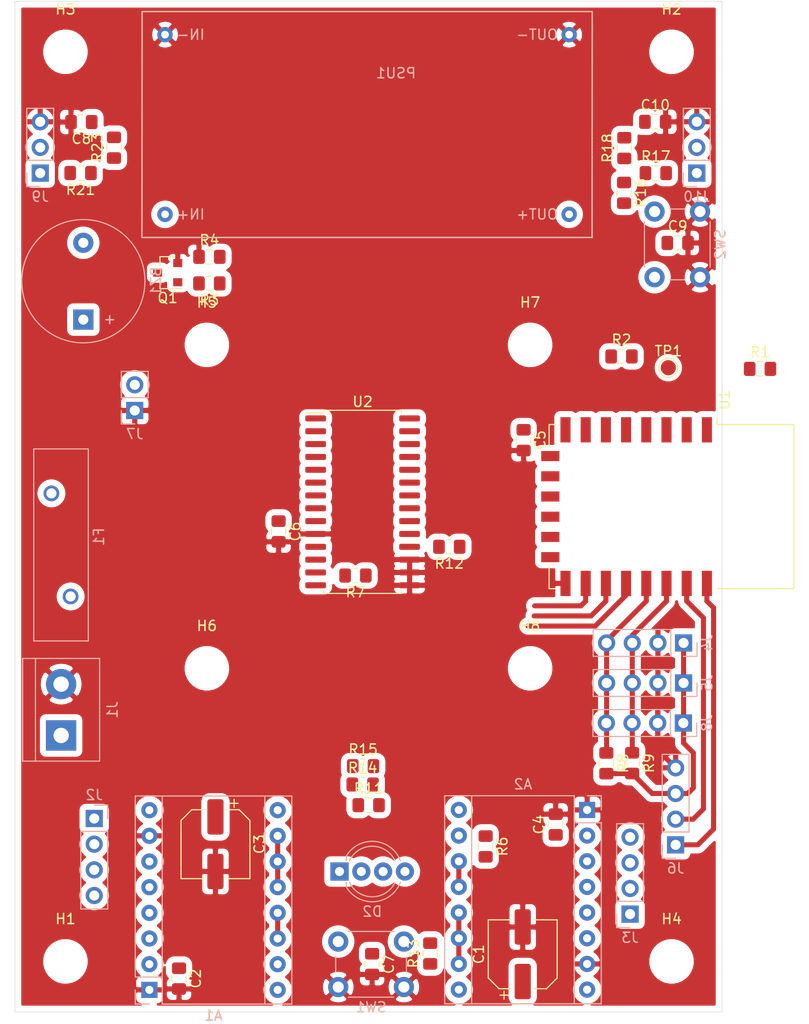
<source format=kicad_pcb>
(kicad_pcb (version 20171130) (host pcbnew "(5.1.4)-1")
  (layers (0 F.Cu signal) (31 B.Cu signal) (34 B.Paste user) (35 F.Paste user) (36 B.SilkS user) (37 F.SilkS user) (38 B.Mask user) (39 F.Mask user) (44 Edge.Cuts user))
  (net 0 "")
  (net 1 +12V)
  (net 2 GND)
  (net 3 "Net-(A1-Pad13)")
  (net 4 "Net-(A1-Pad6)")
  (net 5 "Net-(A1-Pad5)")
  (net 6 "Net-(A1-Pad4)")
  (net 7 "Net-(A1-Pad3)")
  (net 8 +3V3)
  (net 9 M1_EN)
  (net 10 "Net-(A2-Pad13)")
  (net 11 "Net-(A2-Pad6)")
  (net 12 "Net-(A2-Pad5)")
  (net 13 "Net-(A2-Pad4)")
  (net 14 "Net-(A2-Pad3)")
  (net 15 M2_EN)
  (net 16 "Net-(BZ1-Pad2)")
  (net 17 "Net-(Q1-Pad1)")
  (net 18 Buzzer)
  (net 19 "Net-(F1-Pad1)")
  (net 20 "Net-(R1-Pad2)")
  (net 21 "Net-(R2-Pad2)")
  (net 22 SDA)
  (net 23 SCL)
  (net 24 Tx)
  (net 25 Rx)
  (net 26 ENDSTOP1)
  (net 27 ENDSTOP2)
  (net 28 "Net-(R12-Pad2)")
  (net 29 BTN1)
  (net 30 BTN2)
  (net 31 "Net-(J9-Pad1)")
  (net 32 "Net-(J10-Pad1)")
  (net 33 "Net-(TP1-Pad1)")
  (net 34 M_DIR)
  (net 35 M_STEP)
  (net 36 "Net-(D2-Pad4)")
  (net 37 "Net-(D2-Pad3)")
  (net 38 "Net-(D2-Pad2)")
  (net 39 INT)
  (net 40 R)
  (net 41 G)
  (net 42 B)
  (net 43 SCK)
  (net 44 MISO)
  (net 45 MOSI)
  (net 46 CS)
  (module Fuse:Fuse_BelFuse_0ZRE0100FF_L18.7mm_W5.1mm (layer B.Cu) (at 5.5118 58.8899 90)
    (fp_text reference F1 (at 5.9 2.8 90) (layer B.SilkS) (effects (justify mirror)))
    (fp_text value Fuse)
    (pad 1 thru_hole circle (at 0 0 90) (size 1.56 1.56) (drill 1.01) (layers *.Cu *.Mask) (net 19 "Net-(F1-Pad1)"))
    (pad 2 thru_hole circle (at 10.2 -1.9 90) (size 1.56 1.56) (drill 1.01) (layers *.Cu *.Mask) (net 1 +12V))
  )
  (module Package_SO:SOIC-28W_7.5x17.9mm_P1.27mm (layer F.Cu) (at 34.417 49.53)
    (fp_text reference U2 (at 0 -9.9) (layer F.SilkS))
    (fp_text value MCP23S17_SO)
    (pad 28 smd roundrect (at 4.65 -8.255) (size 2.05 0.6) (layers F.Cu F.Paste F.Mask))
    (pad 27 smd roundrect (at 4.65 -6.985) (size 2.05 0.6) (layers F.Cu F.Paste F.Mask))
    (pad 26 smd roundrect (at 4.65 -5.715) (size 2.05 0.6) (layers F.Cu F.Paste F.Mask))
    (pad 25 smd roundrect (at 4.65 -4.445) (size 2.05 0.6) (layers F.Cu F.Paste F.Mask))
    (pad 24 smd roundrect (at 4.65 -3.175) (size 2.05 0.6) (layers F.Cu F.Paste F.Mask))
    (pad 23 smd roundrect (at 4.65 -1.905) (size 2.05 0.6) (layers F.Cu F.Paste F.Mask))
    (pad 22 smd roundrect (at 4.65 -0.635) (size 2.05 0.6) (layers F.Cu F.Paste F.Mask) (net 34 M_DIR))
    (pad 21 smd roundrect (at 4.65 0.635) (size 2.05 0.6) (layers F.Cu F.Paste F.Mask) (net 9 M1_EN))
    (pad 20 smd roundrect (at 4.65 1.905) (size 2.05 0.6) (layers F.Cu F.Paste F.Mask) (net 39 INT))
    (pad 19 smd roundrect (at 4.65 3.175) (size 2.05 0.6) (layers F.Cu F.Paste F.Mask))
    (pad 18 smd roundrect (at 4.65 4.445) (size 2.05 0.6) (layers F.Cu F.Paste F.Mask) (net 28 "Net-(R12-Pad2)"))
    (pad 17 smd roundrect (at 4.65 5.715) (size 2.05 0.6) (layers F.Cu F.Paste F.Mask) (net 2 GND))
    (pad 16 smd roundrect (at 4.65 6.985) (size 2.05 0.6) (layers F.Cu F.Paste F.Mask) (net 2 GND))
    (pad 15 smd roundrect (at 4.65 8.255) (size 2.05 0.6) (layers F.Cu F.Paste F.Mask) (net 2 GND))
    (pad 14 smd roundrect (at -4.65 8.255) (size 2.05 0.6) (layers F.Cu F.Paste F.Mask) (net 44 MISO))
    (pad 13 smd roundrect (at -4.65 6.985) (size 2.05 0.6) (layers F.Cu F.Paste F.Mask) (net 45 MOSI))
    (pad 12 smd roundrect (at -4.65 5.715) (size 2.05 0.6) (layers F.Cu F.Paste F.Mask) (net 43 SCK))
    (pad 11 smd roundrect (at -4.65 4.445) (size 2.05 0.6) (layers F.Cu F.Paste F.Mask) (net 46 CS))
    (pad 10 smd roundrect (at -4.65 3.175) (size 2.05 0.6) (layers F.Cu F.Paste F.Mask) (net 2 GND))
    (pad 9 smd roundrect (at -4.65 1.905) (size 2.05 0.6) (layers F.Cu F.Paste F.Mask) (net 8 +3V3))
    (pad 8 smd roundrect (at -4.65 0.635) (size 2.05 0.6) (layers F.Cu F.Paste F.Mask) (net 15 M2_EN))
    (pad 7 smd roundrect (at -4.65 -0.635) (size 2.05 0.6) (layers F.Cu F.Paste F.Mask) (net 42 B))
    (pad 6 smd roundrect (at -4.65 -1.905) (size 2.05 0.6) (layers F.Cu F.Paste F.Mask) (net 41 G))
    (pad 5 smd roundrect (at -4.65 -3.175) (size 2.05 0.6) (layers F.Cu F.Paste F.Mask) (net 40 R))
    (pad 4 smd roundrect (at -4.65 -4.445) (size 2.05 0.6) (layers F.Cu F.Paste F.Mask) (net 30 BTN2))
    (pad 3 smd roundrect (at -4.65 -5.715) (size 2.05 0.6) (layers F.Cu F.Paste F.Mask) (net 26 ENDSTOP1))
    (pad 2 smd roundrect (at -4.65 -6.985) (size 2.05 0.6) (layers F.Cu F.Paste F.Mask) (net 29 BTN1))
    (pad 1 smd roundrect (at -4.65 -8.255) (size 2.05 0.6) (layers F.Cu F.Paste F.Mask) (net 27 ENDSTOP2))
  )
  (module TestPoint:TestPoint_Pad_D1.5mm (layer F.Cu) (at 64.6811 36.2585)
    (fp_text reference TP1 (at 0 -1.648) (layer F.SilkS))
    (fp_text value TestPoint)
    (pad 1 smd circle (at 0 0) (size 1.5 1.5) (layers F.Cu F.Mask) (net 33 "Net-(TP1-Pad1)"))
  )
  (module Resistor_SMD:R_0805_2012Metric_Pad1.15x1.40mm_HandSolder (layer F.Cu) (at 9.8044 14.487 90)
    (fp_text reference R23 (at 0 -1.65 90) (layer F.SilkS))
    (fp_text value 10k)
    (pad 2 smd roundrect (at 1.025 0 90) (size 1.15 1.4) (layers F.Cu F.Paste F.Mask) (roundrect_rratio 0.217391) (net 26 ENDSTOP1))
    (pad 1 smd roundrect (at -1.025 0 90) (size 1.15 1.4) (layers F.Cu F.Paste F.Mask) (roundrect_rratio 0.217391) (net 8 +3V3))
  )
  (module Resistor_SMD:R_0805_2012Metric_Pad1.15x1.40mm_HandSolder (layer F.Cu) (at 6.4934 16.9926 180)
    (fp_text reference R21 (at 0 -1.65) (layer F.SilkS))
    (fp_text value 150R)
    (pad 2 smd roundrect (at 1.025 0 180) (size 1.15 1.4) (layers F.Cu F.Paste F.Mask) (roundrect_rratio 0.217391) (net 31 "Net-(J9-Pad1)"))
    (pad 1 smd roundrect (at -1.025 0 180) (size 1.15 1.4) (layers F.Cu F.Paste F.Mask) (roundrect_rratio 0.217391) (net 8 +3V3))
  )
  (module Resistor_SMD:R_0805_2012Metric_Pad1.15x1.40mm_HandSolder (layer F.Cu) (at 60.325 14.5251 90)
    (fp_text reference R18 (at 0 -1.65 90) (layer F.SilkS))
    (fp_text value 10k)
    (pad 2 smd roundrect (at 1.025 0 90) (size 1.15 1.4) (layers F.Cu F.Paste F.Mask) (roundrect_rratio 0.217391) (net 27 ENDSTOP2))
    (pad 1 smd roundrect (at -1.025 0 90) (size 1.15 1.4) (layers F.Cu F.Paste F.Mask) (roundrect_rratio 0.217391) (net 8 +3V3))
  )
  (module Resistor_SMD:R_0805_2012Metric_Pad1.15x1.40mm_HandSolder (layer F.Cu) (at 63.4402 17.0053)
    (fp_text reference R17 (at 0 -1.65) (layer F.SilkS))
    (fp_text value 150R)
    (pad 2 smd roundrect (at 1.025 0) (size 1.15 1.4) (layers F.Cu F.Paste F.Mask) (roundrect_rratio 0.217391) (net 32 "Net-(J10-Pad1)"))
    (pad 1 smd roundrect (at -1.025 0) (size 1.15 1.4) (layers F.Cu F.Paste F.Mask) (roundrect_rratio 0.217391) (net 8 +3V3))
  )
  (module Resistor_SMD:R_0805_2012Metric_Pad1.15x1.40mm_HandSolder (layer F.Cu) (at 60.2996 18.9521 270)
    (fp_text reference R16 (at 0 -1.65 90) (layer F.SilkS))
    (fp_text value 10k)
    (pad 2 smd roundrect (at 1.025 0 270) (size 1.15 1.4) (layers F.Cu F.Paste F.Mask) (roundrect_rratio 0.217391) (net 30 BTN2))
    (pad 1 smd roundrect (at -1.025 0 270) (size 1.15 1.4) (layers F.Cu F.Paste F.Mask) (roundrect_rratio 0.217391) (net 8 +3V3))
  )
  (module Resistor_SMD:R_0805_2012Metric_Pad1.15x1.40mm_HandSolder (layer F.Cu) (at 34.4678 75.6793)
    (fp_text reference R15 (at 0 -1.65) (layer F.SilkS))
    (fp_text value ?)
    (pad 2 smd roundrect (at 1.025 0) (size 1.15 1.4) (layers F.Cu F.Paste F.Mask) (roundrect_rratio 0.217391) (net 42 B))
    (pad 1 smd roundrect (at -1.025 0) (size 1.15 1.4) (layers F.Cu F.Paste F.Mask) (roundrect_rratio 0.217391) (net 36 "Net-(D2-Pad4)"))
  )
  (module Resistor_SMD:R_0805_2012Metric_Pad1.15x1.40mm_HandSolder (layer F.Cu) (at 34.4207 77.4954)
    (fp_text reference R14 (at 0 -1.65) (layer F.SilkS))
    (fp_text value ?)
    (pad 2 smd roundrect (at 1.025 0) (size 1.15 1.4) (layers F.Cu F.Paste F.Mask) (roundrect_rratio 0.217391) (net 41 G))
    (pad 1 smd roundrect (at -1.025 0) (size 1.15 1.4) (layers F.Cu F.Paste F.Mask) (roundrect_rratio 0.217391) (net 37 "Net-(D2-Pad3)"))
  )
  (module Resistor_SMD:R_0805_2012Metric_Pad1.15x1.40mm_HandSolder (layer F.Cu) (at 41.1099 94.2176 90)
    (fp_text reference R13 (at 0 -1.65 90) (layer F.SilkS))
    (fp_text value 10k)
    (pad 2 smd roundrect (at 1.025 0 90) (size 1.15 1.4) (layers F.Cu F.Paste F.Mask) (roundrect_rratio 0.217391) (net 29 BTN1))
    (pad 1 smd roundrect (at -1.025 0 90) (size 1.15 1.4) (layers F.Cu F.Paste F.Mask) (roundrect_rratio 0.217391) (net 8 +3V3))
  )
  (module Resistor_SMD:R_0805_2012Metric_Pad1.15x1.40mm_HandSolder (layer F.Cu) (at 42.9985 53.975 180)
    (fp_text reference R12 (at 0 -1.65) (layer F.SilkS))
    (fp_text value 10k)
    (pad 2 smd roundrect (at 1.025 0 180) (size 1.15 1.4) (layers F.Cu F.Paste F.Mask) (roundrect_rratio 0.217391) (net 28 "Net-(R12-Pad2)"))
    (pad 1 smd roundrect (at -1.025 0 180) (size 1.15 1.4) (layers F.Cu F.Paste F.Mask) (roundrect_rratio 0.217391) (net 8 +3V3))
  )
  (module Resistor_SMD:R_0805_2012Metric_Pad1.15x1.40mm_HandSolder (layer F.Cu) (at 35.0139 79.5401)
    (fp_text reference R11 (at 0 -1.65) (layer F.SilkS))
    (fp_text value ?)
    (pad 2 smd roundrect (at 1.025 0) (size 1.15 1.4) (layers F.Cu F.Paste F.Mask) (roundrect_rratio 0.217391) (net 40 R))
    (pad 1 smd roundrect (at -1.025 0) (size 1.15 1.4) (layers F.Cu F.Paste F.Mask) (roundrect_rratio 0.217391) (net 38 "Net-(D2-Pad2)"))
  )
  (module Resistor_SMD:R_0805_2012Metric_Pad1.15x1.40mm_HandSolder (layer F.Cu) (at 33.7095 56.8198 180)
    (fp_text reference R7 (at 0 -1.65) (layer F.SilkS))
    (fp_text value 10k)
    (pad 2 smd roundrect (at 1.025 0 180) (size 1.15 1.4) (layers F.Cu F.Paste F.Mask) (roundrect_rratio 0.217391) (net 8 +3V3))
    (pad 1 smd roundrect (at -1.025 0 180) (size 1.15 1.4) (layers F.Cu F.Paste F.Mask) (roundrect_rratio 0.217391) (net 39 INT))
  )
  (module Resistor_SMD:R_0805_2012Metric_Pad1.15x1.40mm_HandSolder (layer F.Cu) (at 46.5963 83.6258 270)
    (fp_text reference R6 (at 0 -1.65 90) (layer F.SilkS))
    (fp_text value 10k)
    (pad 2 smd roundrect (at 1.025 0 270) (size 1.15 1.4) (layers F.Cu F.Paste F.Mask) (roundrect_rratio 0.217391) (net 8 +3V3))
    (pad 1 smd roundrect (at -1.025 0 270) (size 1.15 1.4) (layers F.Cu F.Paste F.Mask) (roundrect_rratio 0.217391) (net 35 M_STEP))
  )
  (module Resistor_SMD:R_0805_2012Metric_Pad1.15x1.40mm_HandSolder (layer F.Cu) (at 19.2495 25.2857)
    (fp_text reference R4 (at 0 -1.65) (layer F.SilkS))
    (fp_text value 10k)
    (pad 2 smd roundrect (at 1.025 0) (size 1.15 1.4) (layers F.Cu F.Paste F.Mask) (roundrect_rratio 0.217391) (net 17 "Net-(Q1-Pad1)"))
    (pad 1 smd roundrect (at -1.025 0) (size 1.15 1.4) (layers F.Cu F.Paste F.Mask) (roundrect_rratio 0.217391) (net 2 GND))
  )
  (module Resistor_SMD:R_0805_2012Metric_Pad1.15x1.40mm_HandSolder (layer F.Cu) (at 19.2442 27.9146 180)
    (fp_text reference R3 (at 0 -1.65) (layer F.SilkS))
    (fp_text value 10R)
    (pad 2 smd roundrect (at 1.025 0 180) (size 1.15 1.4) (layers F.Cu F.Paste F.Mask) (roundrect_rratio 0.217391) (net 17 "Net-(Q1-Pad1)"))
    (pad 1 smd roundrect (at -1.025 0 180) (size 1.15 1.4) (layers F.Cu F.Paste F.Mask) (roundrect_rratio 0.217391) (net 18 Buzzer))
  )
  (module Resistor_SMD:R_0805_2012Metric_Pad1.15x1.40mm_HandSolder (layer F.Cu) (at 60.0456 35.1409)
    (fp_text reference R2 (at 0 -1.65) (layer F.SilkS))
    (fp_text value 10k)
    (pad 2 smd roundrect (at 1.025 0) (size 1.15 1.4) (layers F.Cu F.Paste F.Mask) (roundrect_rratio 0.217391) (net 21 "Net-(R2-Pad2)"))
    (pad 1 smd roundrect (at -1.025 0) (size 1.15 1.4) (layers F.Cu F.Paste F.Mask) (roundrect_rratio 0.217391) (net 8 +3V3))
  )
  (module Resistor_SMD:R_0805_2012Metric_Pad1.15x1.40mm_HandSolder (layer F.Cu) (at 73.7616 36.3728)
    (fp_text reference R1 (at 0 -1.65) (layer F.SilkS))
    (fp_text value 10k)
    (pad 2 smd roundrect (at 1.025 0) (size 1.15 1.4) (layers F.Cu F.Paste F.Mask) (roundrect_rratio 0.217391) (net 20 "Net-(R1-Pad2)"))
    (pad 1 smd roundrect (at -1.025 0) (size 1.15 1.4) (layers F.Cu F.Paste F.Mask) (roundrect_rratio 0.217391) (net 8 +3V3))
  )
  (module Package_TO_SOT_SMD:SOT-23 (layer F.Cu) (at 15.1163 26.8503 180)
    (fp_text reference Q1 (at 0 -2.5) (layer F.SilkS))
    (fp_text value BSS123)
    (pad 3 smd rect (at 1 0 180) (size 0.9 0.8) (layers F.Cu F.Paste F.Mask) (net 16 "Net-(BZ1-Pad2)"))
    (pad 2 smd rect (at -1 0.95 180) (size 0.9 0.8) (layers F.Cu F.Paste F.Mask) (net 2 GND))
    (pad 1 smd rect (at -1 -0.95 180) (size 0.9 0.8) (layers F.Cu F.Paste F.Mask) (net 17 "Net-(Q1-Pad1)"))
  )
  (module Connector_PinHeader_2.54mm:PinHeader_1x02_P2.54mm_Vertical (layer B.Cu) (at 11.8618 40.4876)
    (fp_text reference J7 (at 0 2.33) (layer B.SilkS) (effects (justify mirror)))
    (fp_text value FAN)
    (pad 2 thru_hole oval (at 0 -2.54) (size 1.7 1.7) (drill 1) (layers *.Cu *.Mask) (net 1 +12V))
    (pad 1 thru_hole rect (at 0 0) (size 1.7 1.7) (drill 1) (layers *.Cu *.Mask) (net 2 GND))
  )
  (module Capacitor_SMD:C_0805_2012Metric_Pad1.15x1.40mm_HandSolder (layer F.Cu) (at 63.3894 11.9253)
    (fp_text reference C10 (at 0 -1.65) (layer F.SilkS))
    (fp_text value 100n)
    (pad 2 smd roundrect (at 1.025 0) (size 1.15 1.4) (layers F.Cu F.Paste F.Mask) (roundrect_rratio 0.217391) (net 2 GND))
    (pad 1 smd roundrect (at -1.025 0) (size 1.15 1.4) (layers F.Cu F.Paste F.Mask) (roundrect_rratio 0.217391) (net 27 ENDSTOP2))
  )
  (module Capacitor_SMD:C_0805_2012Metric_Pad1.15x1.40mm_HandSolder (layer F.Cu) (at 65.6045 23.9141)
    (fp_text reference C9 (at 0 -1.65) (layer F.SilkS))
    (fp_text value 100n)
    (pad 2 smd roundrect (at 1.025 0) (size 1.15 1.4) (layers F.Cu F.Paste F.Mask) (roundrect_rratio 0.217391) (net 2 GND))
    (pad 1 smd roundrect (at -1.025 0) (size 1.15 1.4) (layers F.Cu F.Paste F.Mask) (roundrect_rratio 0.217391) (net 30 BTN2))
  )
  (module Capacitor_SMD:C_0805_2012Metric_Pad1.15x1.40mm_HandSolder (layer F.Cu) (at 6.5749 11.9507 180)
    (fp_text reference C8 (at 0 -1.65) (layer F.SilkS))
    (fp_text value 100n)
    (pad 2 smd roundrect (at 1.025 0 180) (size 1.15 1.4) (layers F.Cu F.Paste F.Mask) (roundrect_rratio 0.217391) (net 2 GND))
    (pad 1 smd roundrect (at -1.025 0 180) (size 1.15 1.4) (layers F.Cu F.Paste F.Mask) (roundrect_rratio 0.217391) (net 26 ENDSTOP1))
  )
  (module Capacitor_SMD:C_0805_2012Metric_Pad1.15x1.40mm_HandSolder (layer F.Cu) (at 35.3568 95.2664 270)
    (fp_text reference C7 (at 0 -1.65 90) (layer F.SilkS))
    (fp_text value 100n)
    (pad 2 smd roundrect (at 1.025 0 270) (size 1.15 1.4) (layers F.Cu F.Paste F.Mask) (roundrect_rratio 0.217391) (net 2 GND))
    (pad 1 smd roundrect (at -1.025 0 270) (size 1.15 1.4) (layers F.Cu F.Paste F.Mask) (roundrect_rratio 0.217391) (net 29 BTN1))
  )
  (module Capacitor_SMD:C_0805_2012Metric_Pad1.15x1.40mm_HandSolder (layer F.Cu) (at 26.0985 52.46 270)
    (fp_text reference C6 (at 0 -1.65 90) (layer F.SilkS))
    (fp_text value 100n)
    (pad 2 smd roundrect (at 1.025 0 270) (size 1.15 1.4) (layers F.Cu F.Paste F.Mask) (roundrect_rratio 0.217391) (net 2 GND))
    (pad 1 smd roundrect (at -1.025 0 270) (size 1.15 1.4) (layers F.Cu F.Paste F.Mask) (roundrect_rratio 0.217391) (net 8 +3V3))
  )
  (module Capacitor_SMD:C_0805_2012Metric_Pad1.15x1.40mm_HandSolder (layer F.Cu) (at 50.3555 43.425 270)
    (fp_text reference C5 (at 0 -1.65 90) (layer F.SilkS))
    (fp_text value 100n)
    (pad 2 smd roundrect (at 1.025 0 270) (size 1.15 1.4) (layers F.Cu F.Paste F.Mask) (roundrect_rratio 0.217391) (net 2 GND))
    (pad 1 smd roundrect (at -1.025 0 270) (size 1.15 1.4) (layers F.Cu F.Paste F.Mask) (roundrect_rratio 0.217391) (net 8 +3V3))
  )
  (module Capacitor_SMD:C_0805_2012Metric_Pad1.15x1.40mm_HandSolder (layer F.Cu) (at 53.5305 81.4541 90)
    (fp_text reference C4 (at 0 -1.65 90) (layer F.SilkS))
    (fp_text value 100n)
    (pad 2 smd roundrect (at 1.025 0 90) (size 1.15 1.4) (layers F.Cu F.Paste F.Mask) (roundrect_rratio 0.217391) (net 2 GND))
    (pad 1 smd roundrect (at -1.025 0 90) (size 1.15 1.4) (layers F.Cu F.Paste F.Mask) (roundrect_rratio 0.217391) (net 8 +3V3))
  )
  (module Capacitor_SMD:C_0805_2012Metric_Pad1.15x1.40mm_HandSolder (layer F.Cu) (at 16.2433 96.7015 270)
    (fp_text reference C2 (at 0 -1.65 90) (layer F.SilkS))
    (fp_text value 100n)
    (pad 2 smd roundrect (at 1.025 0 270) (size 1.15 1.4) (layers F.Cu F.Paste F.Mask) (roundrect_rratio 0.217391) (net 2 GND))
    (pad 1 smd roundrect (at -1.025 0 270) (size 1.15 1.4) (layers F.Cu F.Paste F.Mask) (roundrect_rratio 0.217391) (net 8 +3V3))
  )
  (module Button_Switch_THT:SW_PUSH_6mm_H7.3mm (layer B.Cu) (at 67.818 27.305 90)
    (fp_text reference SW2 (at 3.25 2 90) (layer B.SilkS) (effects (justify mirror)))
    (fp_text value SW_Push)
    (pad 1 thru_hole circle (at 6.5 0) (size 2 2) (drill 1.1) (layers *.Cu *.Mask) (net 2 GND))
    (pad 2 thru_hole circle (at 6.5 -4.5) (size 2 2) (drill 1.1) (layers *.Cu *.Mask) (net 30 BTN2))
    (pad 1 thru_hole circle (at 0 0) (size 2 2) (drill 1.1) (layers *.Cu *.Mask) (net 2 GND))
    (pad 2 thru_hole circle (at 0 -4.5) (size 2 2) (drill 1.1) (layers *.Cu *.Mask) (net 30 BTN2))
  )
  (module Connector_PinHeader_2.54mm:PinHeader_1x03_P2.54mm_Vertical (layer B.Cu) (at 67.5 17)
    (fp_text reference J10 (at 0 2.33) (layer B.SilkS) (effects (justify mirror)))
    (fp_text value endstop2)
    (pad 3 thru_hole oval (at 0 -5.08) (size 1.7 1.7) (drill 1) (layers *.Cu *.Mask) (net 2 GND))
    (pad 2 thru_hole oval (at 0 -2.54) (size 1.7 1.7) (drill 1) (layers *.Cu *.Mask) (net 27 ENDSTOP2))
    (pad 1 thru_hole rect (at 0 0) (size 1.7 1.7) (drill 1) (layers *.Cu *.Mask) (net 32 "Net-(J10-Pad1)"))
  )
  (module LED_THT:LED_D5.0mm-4_RGB_Wide_Pins (layer B.Cu) (at 32.131 86.106)
    (fp_text reference D2 (at 3.2385 3.96) (layer B.SilkS) (effects (justify mirror)))
    (fp_text value LED_CRGB)
    (pad 4 thru_hole circle (at 6.477 0) (size 1.8 1.8) (drill 0.9) (layers *.Cu *.Mask) (net 36 "Net-(D2-Pad4)"))
    (pad 3 thru_hole circle (at 4.318 0) (size 1.8 1.8) (drill 0.9) (layers *.Cu *.Mask) (net 37 "Net-(D2-Pad3)"))
    (pad 2 thru_hole circle (at 2.159 0) (size 1.8 1.8) (drill 0.9) (layers *.Cu *.Mask) (net 38 "Net-(D2-Pad2)"))
    (pad 1 thru_hole rect (at 0 0) (size 1.8 1.8) (drill 0.9) (layers *.Cu *.Mask) (net 8 +3V3))
  )
  (module Button_Switch_THT:SW_PUSH_6mm_H7.3mm (layer B.Cu) (at 32.004 97.536)
    (fp_text reference SW1 (at 3.25 2) (layer B.SilkS) (effects (justify mirror)))
    (fp_text value SW_Push)
    (pad 1 thru_hole circle (at 6.5 0 270) (size 2 2) (drill 1.1) (layers *.Cu *.Mask) (net 2 GND))
    (pad 2 thru_hole circle (at 6.5 -4.5 270) (size 2 2) (drill 1.1) (layers *.Cu *.Mask) (net 29 BTN1))
    (pad 1 thru_hole circle (at 0 0 270) (size 2 2) (drill 1.1) (layers *.Cu *.Mask) (net 2 GND))
    (pad 2 thru_hole circle (at 0 -4.5 270) (size 2 2) (drill 1.1) (layers *.Cu *.Mask) (net 29 BTN1))
  )
  (module Connector_PinHeader_2.54mm:PinHeader_1x03_P2.54mm_Vertical (layer B.Cu) (at 2.5 17)
    (fp_text reference J9 (at 0 2.33) (layer B.SilkS) (effects (justify mirror)))
    (fp_text value endstop1)
    (pad 3 thru_hole oval (at 0 -5.08) (size 1.7 1.7) (drill 1) (layers *.Cu *.Mask) (net 2 GND))
    (pad 2 thru_hole oval (at 0 -2.54) (size 1.7 1.7) (drill 1) (layers *.Cu *.Mask) (net 26 ENDSTOP1))
    (pad 1 thru_hole rect (at 0 0) (size 1.7 1.7) (drill 1) (layers *.Cu *.Mask) (net 31 "Net-(J9-Pad1)"))
  )
  (module Connector_PinHeader_2.54mm:PinHeader_1x04_P2.54mm_Vertical (layer B.Cu) (at 66.1924 63.4873 90)
    (fp_text reference J4 (at 0 2.33 270) (layer B.SilkS) (effects (justify mirror)))
    (fp_text value BMP280)
    (pad 4 thru_hole oval (at 0 -7.62 90) (size 1.7 1.7) (drill 1) (layers *.Cu *.Mask) (net 22 SDA))
    (pad 3 thru_hole oval (at 0 -5.08 90) (size 1.7 1.7) (drill 1) (layers *.Cu *.Mask) (net 23 SCL))
    (pad 2 thru_hole oval (at 0 -2.54 90) (size 1.7 1.7) (drill 1) (layers *.Cu *.Mask) (net 2 GND))
    (pad 1 thru_hole rect (at 0 0 90) (size 1.7 1.7) (drill 1) (layers *.Cu *.Mask) (net 8 +3V3))
  )
  (module MountingHole:MountingHole_3.2mm_M3 (layer F.Cu) (at 65 95)
    (fp_text reference H4 (at 0 -4.2) (layer F.SilkS))
    (fp_text value mh)
    (pad 1 np_thru_hole circle (at 0 0) (size 3.2 3.2) (drill 3.2) (layers *.Cu *.Mask))
  )
  (module MountingHole:MountingHole_3.2mm_M3 (layer F.Cu) (at 51 66)
    (fp_text reference H8 (at 0 -4.2) (layer F.SilkS))
    (fp_text value mh)
    (pad 1 np_thru_hole circle (at 0 0) (size 3.2 3.2) (drill 3.2) (layers *.Cu *.Mask))
  )
  (module MountingHole:MountingHole_3.2mm_M3 (layer F.Cu) (at 51 34)
    (fp_text reference H7 (at 0 -4.2) (layer F.SilkS))
    (fp_text value mh)
    (pad 1 np_thru_hole circle (at 0 0) (size 3.2 3.2) (drill 3.2) (layers *.Cu *.Mask))
  )
  (module MountingHole:MountingHole_3.2mm_M3 (layer F.Cu) (at 19 66)
    (fp_text reference H6 (at 0 -4.2) (layer F.SilkS))
    (fp_text value mh)
    (pad 1 np_thru_hole circle (at 0 0) (size 3.2 3.2) (drill 3.2) (layers *.Cu *.Mask))
  )
  (module MountingHole:MountingHole_3.2mm_M3 (layer F.Cu) (at 19 34)
    (fp_text reference H5 (at 0 -4.2) (layer F.SilkS))
    (fp_text value mh)
    (pad 1 np_thru_hole circle (at 0 0) (size 3.2 3.2) (drill 3.2) (layers *.Cu *.Mask))
  )
  (module MountingHole:MountingHole_3.2mm_M3 (layer F.Cu) (at 5 5)
    (fp_text reference H3 (at 0 -4.2) (layer F.SilkS))
    (fp_text value mh)
    (pad 1 np_thru_hole circle (at 0 0) (size 3.2 3.2) (drill 3.2) (layers *.Cu *.Mask))
  )
  (module MountingHole:MountingHole_3.2mm_M3 (layer F.Cu) (at 65 5)
    (fp_text reference H2 (at 0 -4.2) (layer F.SilkS))
    (fp_text value mh)
    (pad 1 np_thru_hole circle (at 0 0) (size 3.2 3.2) (drill 3.2) (layers *.Cu *.Mask))
  )
  (module MountingHole:MountingHole_3.2mm_M3 (layer F.Cu) (at 5 95)
    (fp_text reference H1 (at 0 -4.2) (layer F.SilkS))
    (fp_text value mh)
    (pad 1 np_thru_hole circle (at 0 0) (size 3.2 3.2) (drill 3.2) (layers *.Cu *.Mask))
  )
  (module Connector_PinHeader_2.54mm:PinHeader_1x04_P2.54mm_Vertical (layer B.Cu) (at 66.167 71.4121 90)
    (fp_text reference J8 (at 0 2.33 90) (layer B.SilkS) (effects (justify mirror)))
    (fp_text value I2CExp)
    (pad 4 thru_hole oval (at 0 -7.62 90) (size 1.7 1.7) (drill 1) (layers *.Cu *.Mask) (net 22 SDA))
    (pad 3 thru_hole oval (at 0 -5.08 90) (size 1.7 1.7) (drill 1) (layers *.Cu *.Mask) (net 23 SCL))
    (pad 2 thru_hole oval (at 0 -2.54 90) (size 1.7 1.7) (drill 1) (layers *.Cu *.Mask) (net 2 GND))
    (pad 1 thru_hole rect (at 0 0 90) (size 1.7 1.7) (drill 1) (layers *.Cu *.Mask) (net 8 +3V3))
  )
  (module Resistor_SMD:R_0805_2012Metric_Pad1.15x1.40mm_HandSolder (layer F.Cu) (at 61.0997 75.3835 270)
    (fp_text reference R9 (at 0 -1.65 90) (layer F.SilkS))
    (fp_text value 4K7)
    (pad 2 smd roundrect (at 1.025 0 270) (size 1.15 1.4) (layers F.Cu F.Paste F.Mask) (roundrect_rratio 0.217391) (net 8 +3V3))
    (pad 1 smd roundrect (at -1.025 0 270) (size 1.15 1.4) (layers F.Cu F.Paste F.Mask) (roundrect_rratio 0.217391) (net 23 SCL))
  )
  (module Resistor_SMD:R_0805_2012Metric_Pad1.15x1.40mm_HandSolder (layer F.Cu) (at 58.547 75.3962 270)
    (fp_text reference R8 (at 0 -1.65 90) (layer F.SilkS))
    (fp_text value 4K7)
    (pad 2 smd roundrect (at 1.025 0 270) (size 1.15 1.4) (layers F.Cu F.Paste F.Mask) (roundrect_rratio 0.217391) (net 8 +3V3))
    (pad 1 smd roundrect (at -1.025 0 270) (size 1.15 1.4) (layers F.Cu F.Paste F.Mask) (roundrect_rratio 0.217391) (net 22 SDA))
  )
  (module Connector_PinHeader_2.54mm:PinHeader_1x04_P2.54mm_Vertical (layer B.Cu) (at 65.405 83.4644)
    (fp_text reference J6 (at 0 2.33 180) (layer B.SilkS) (effects (justify mirror)))
    (fp_text value Serial)
    (pad 4 thru_hole oval (at 0 -7.62) (size 1.7 1.7) (drill 1) (layers *.Cu *.Mask) (net 2 GND))
    (pad 3 thru_hole oval (at 0 -5.08) (size 1.7 1.7) (drill 1) (layers *.Cu *.Mask) (net 8 +3V3))
    (pad 2 thru_hole oval (at 0 -2.54) (size 1.7 1.7) (drill 1) (layers *.Cu *.Mask) (net 25 Rx))
    (pad 1 thru_hole rect (at 0 0) (size 1.7 1.7) (drill 1) (layers *.Cu *.Mask) (net 24 Tx))
  )
  (module Connector_PinHeader_2.54mm:PinHeader_1x04_P2.54mm_Vertical (layer B.Cu) (at 66.1924 67.4497 90)
    (fp_text reference J5 (at 0 2.33 90) (layer B.SilkS) (effects (justify mirror)))
    (fp_text value BMP280_pacient)
    (pad 4 thru_hole oval (at 0 -7.62 90) (size 1.7 1.7) (drill 1) (layers *.Cu *.Mask) (net 22 SDA))
    (pad 3 thru_hole oval (at 0 -5.08 90) (size 1.7 1.7) (drill 1) (layers *.Cu *.Mask) (net 23 SCL))
    (pad 2 thru_hole oval (at 0 -2.54 90) (size 1.7 1.7) (drill 1) (layers *.Cu *.Mask) (net 2 GND))
    (pad 1 thru_hole rect (at 0 0 90) (size 1.7 1.7) (drill 1) (layers *.Cu *.Mask) (net 8 +3V3))
  )
  (module mylib:LM2596-breakout_board (layer B.Cu) (at 35.179 12.192)
    (fp_text reference PSU1 (at 2.54 -5.08 180) (layer B.SilkS) (effects (justify mirror)))
    (fp_text value LM2596-Breakout)
    (fp_text user OUT- (at 16.51 -8.89 180) (layer B.SilkS) (effects (justify mirror)))
    (fp_text user OUT+ (at 16.51 8.89 180) (layer B.SilkS) (effects (justify mirror)))
    (fp_text user IN- (at -17.78 -8.89 180) (layer B.SilkS) (effects (justify mirror)))
    (fp_text user IN+ (at -17.78 8.89) (layer B.SilkS) (effects (justify mirror)))
    (pad 1 thru_hole circle (at -20.32 8.89) (size 1.524 1.524) (drill 0.762) (layers *.Cu *.Mask) (net 1 +12V))
    (pad 2 thru_hole circle (at -20.32 -8.89) (size 1.524 1.524) (drill 0.762) (layers *.Cu *.Mask) (net 2 GND))
    (pad 3 thru_hole circle (at 19.685 8.89) (size 1.524 1.524) (drill 0.762) (layers *.Cu *.Mask) (net 8 +3V3))
    (pad 4 thru_hole circle (at 19.685 -8.89) (size 1.524 1.524) (drill 0.762) (layers *.Cu *.Mask) (net 2 GND))
  )
  (module RF_Module:ESP-12E (layer F.Cu) (at 65 50 270)
    (fp_text reference U1 (at -10.56 -5.26 90) (layer F.SilkS))
    (fp_text value ESP-12E)
    (pad 1 smd rect (at -7.6 -3.5 270) (size 2.5 1) (layers F.Cu F.Paste F.Mask) (net 20 "Net-(R1-Pad2)"))
    (pad 2 smd rect (at -7.6 -1.5 270) (size 2.5 1) (layers F.Cu F.Paste F.Mask) (net 33 "Net-(TP1-Pad1)"))
    (pad 3 smd rect (at -7.6 0.5 270) (size 2.5 1) (layers F.Cu F.Paste F.Mask) (net 21 "Net-(R2-Pad2)"))
    (pad 4 smd rect (at -7.6 2.5 270) (size 2.5 1) (layers F.Cu F.Paste F.Mask) (net 18 Buzzer))
    (pad 5 smd rect (at -7.6 4.5 270) (size 2.5 1) (layers F.Cu F.Paste F.Mask) (net 43 SCK))
    (pad 6 smd rect (at -7.6 6.5 270) (size 2.5 1) (layers F.Cu F.Paste F.Mask) (net 44 MISO))
    (pad 7 smd rect (at -7.6 8.5 270) (size 2.5 1) (layers F.Cu F.Paste F.Mask) (net 45 MOSI))
    (pad 8 smd rect (at -7.6 10.5 270) (size 2.5 1) (layers F.Cu F.Paste F.Mask) (net 8 +3V3))
    (pad 9 smd rect (at -5 12 270) (size 1 1.8) (layers F.Cu F.Paste F.Mask))
    (pad 10 smd rect (at -3 12 270) (size 1 1.8) (layers F.Cu F.Paste F.Mask))
    (pad 11 smd rect (at -1 12 270) (size 1 1.8) (layers F.Cu F.Paste F.Mask))
    (pad 12 smd rect (at 1 12 270) (size 1 1.8) (layers F.Cu F.Paste F.Mask))
    (pad 13 smd rect (at 3 12 270) (size 1 1.8) (layers F.Cu F.Paste F.Mask))
    (pad 14 smd rect (at 5 12 270) (size 1 1.8) (layers F.Cu F.Paste F.Mask))
    (pad 15 smd rect (at 7.6 10.5 270) (size 2.5 1) (layers F.Cu F.Paste F.Mask) (net 2 GND))
    (pad 16 smd rect (at 7.6 8.5 270) (size 2.5 1) (layers F.Cu F.Paste F.Mask) (net 46 CS))
    (pad 17 smd rect (at 7.6 6.5 270) (size 2.5 1) (layers F.Cu F.Paste F.Mask) (net 39 INT))
    (pad 18 smd rect (at 7.6 4.5 270) (size 2.5 1) (layers F.Cu F.Paste F.Mask) (net 35 M_STEP))
    (pad 19 smd rect (at 7.6 2.5 270) (size 2.5 1) (layers F.Cu F.Paste F.Mask) (net 22 SDA))
    (pad 20 smd rect (at 7.6 0.5 270) (size 2.5 1) (layers F.Cu F.Paste F.Mask) (net 23 SCL))
    (pad 21 smd rect (at 7.6 -1.5 270) (size 2.5 1) (layers F.Cu F.Paste F.Mask) (net 25 Rx))
    (pad 22 smd rect (at 7.6 -3.5 270) (size 2.5 1) (layers F.Cu F.Paste F.Mask) (net 24 Tx))
  )
  (module Connector_PinHeader_2.54mm:PinHeader_1x04_P2.54mm_Vertical (layer B.Cu) (at 60.8965 90.3224)
    (fp_text reference J3 (at 0 2.33 180) (layer B.SilkS) (effects (justify mirror)))
    (fp_text value M2Out)
    (pad 4 thru_hole oval (at 0 -7.62) (size 1.7 1.7) (drill 1) (layers *.Cu *.Mask) (net 14 "Net-(A2-Pad3)"))
    (pad 3 thru_hole oval (at 0 -5.08) (size 1.7 1.7) (drill 1) (layers *.Cu *.Mask) (net 13 "Net-(A2-Pad4)"))
    (pad 2 thru_hole oval (at 0 -2.54) (size 1.7 1.7) (drill 1) (layers *.Cu *.Mask) (net 12 "Net-(A2-Pad5)"))
    (pad 1 thru_hole rect (at 0 0) (size 1.7 1.7) (drill 1) (layers *.Cu *.Mask) (net 11 "Net-(A2-Pad6)"))
  )
  (module Connector_PinHeader_2.54mm:PinHeader_1x04_P2.54mm_Vertical (layer B.Cu) (at 7.8486 80.8609 180)
    (fp_text reference J2 (at 0 2.33 180) (layer B.SilkS) (effects (justify mirror)))
    (fp_text value M1Out)
    (pad 4 thru_hole oval (at 0 -7.62 180) (size 1.7 1.7) (drill 1) (layers *.Cu *.Mask) (net 7 "Net-(A1-Pad3)"))
    (pad 3 thru_hole oval (at 0 -5.08 180) (size 1.7 1.7) (drill 1) (layers *.Cu *.Mask) (net 6 "Net-(A1-Pad4)"))
    (pad 2 thru_hole oval (at 0 -2.54 180) (size 1.7 1.7) (drill 1) (layers *.Cu *.Mask) (net 5 "Net-(A1-Pad5)"))
    (pad 1 thru_hole rect (at 0 0 180) (size 1.7 1.7) (drill 1) (layers *.Cu *.Mask) (net 4 "Net-(A1-Pad6)"))
  )
  (module TerminalBlock:TerminalBlock_bornier-2_P5.08mm (layer B.Cu) (at 4.572 72.644 90)
    (fp_text reference J1 (at 2.54 5.08 270) (layer B.SilkS) (effects (justify mirror)))
    (fp_text value PSU_IN)
    (pad 1 thru_hole rect (at 0 0 90) (size 3 3) (drill 1.52) (layers *.Cu *.Mask) (net 19 "Net-(F1-Pad1)"))
    (pad 2 thru_hole circle (at 5.08 0 90) (size 3 3) (drill 1.52) (layers *.Cu *.Mask) (net 2 GND))
  )
  (module Capacitor_SMD:CP_Elec_6.3x7.7 (layer F.Cu) (at 19.8501 83.4009 270)
    (fp_text reference C3 (at 0 -4.35 90) (layer F.SilkS))
    (fp_text value 100uF/25v)
    (pad 2 smd roundrect (at 2.7 0 270) (size 3.5 1.6) (layers F.Cu F.Paste F.Mask) (roundrect_rratio 0.15625) (net 2 GND))
    (pad 1 smd roundrect (at -2.7 0 270) (size 3.5 1.6) (layers F.Cu F.Paste F.Mask) (roundrect_rratio 0.15625) (net 1 +12V))
  )
  (module Capacitor_SMD:CP_Elec_6.3x7.7 (layer F.Cu) (at 50.2666 94.2924 90)
    (fp_text reference C1 (at 0 -4.35 90) (layer F.SilkS))
    (fp_text value 100uF/25v)
    (pad 2 smd roundrect (at 2.7 0 90) (size 3.5 1.6) (layers F.Cu F.Paste F.Mask) (roundrect_rratio 0.15625) (net 2 GND))
    (pad 1 smd roundrect (at -2.7 0 90) (size 3.5 1.6) (layers F.Cu F.Paste F.Mask) (roundrect_rratio 0.15625) (net 1 +12V))
  )
  (module Buzzer_Beeper:Buzzer_12x9.5RM7.6 (layer B.Cu) (at 6.7691 31.496 90)
    (fp_text reference BZ1 (at 3.8 7.2 270) (layer B.SilkS) (effects (justify mirror)))
    (fp_text value Buzzer)
    (fp_text user + (at -0.01 2.54 270) (layer B.SilkS) (effects (justify mirror)))
    (pad 2 thru_hole circle (at 7.6 0 90) (size 2 2) (drill 1) (layers *.Cu *.Mask) (net 16 "Net-(BZ1-Pad2)"))
    (pad 1 thru_hole rect (at 0 0 90) (size 2 2) (drill 1) (layers *.Cu *.Mask) (net 1 +12V))
  )
  (module Module:Pololu_Breakout-16_15.2x20.3mm (layer B.Cu) (at 56.642 80.01 180)
    (fp_text reference A2 (at 6.35 2.54 180) (layer B.SilkS) (effects (justify mirror)))
    (fp_text value Pololu_Breakout_A4988 hide)
    (pad 16 thru_hole oval (at 12.7 0 180) (size 1.6 1.6) (drill 0.8) (layers *.Cu *.Mask) (net 34 M_DIR))
    (pad 8 thru_hole oval (at 0 -17.78 180) (size 1.6 1.6) (drill 0.8) (layers *.Cu *.Mask) (net 1 +12V))
    (pad 15 thru_hole oval (at 12.7 -2.54 180) (size 1.6 1.6) (drill 0.8) (layers *.Cu *.Mask) (net 35 M_STEP))
    (pad 7 thru_hole oval (at 0 -15.24 180) (size 1.6 1.6) (drill 0.8) (layers *.Cu *.Mask) (net 2 GND))
    (pad 14 thru_hole oval (at 12.7 -5.08 180) (size 1.6 1.6) (drill 0.8) (layers *.Cu *.Mask) (net 10 "Net-(A2-Pad13)"))
    (pad 6 thru_hole oval (at 0 -12.7 180) (size 1.6 1.6) (drill 0.8) (layers *.Cu *.Mask) (net 11 "Net-(A2-Pad6)"))
    (pad 13 thru_hole oval (at 12.7 -7.62 180) (size 1.6 1.6) (drill 0.8) (layers *.Cu *.Mask) (net 10 "Net-(A2-Pad13)"))
    (pad 5 thru_hole oval (at 0 -10.16 180) (size 1.6 1.6) (drill 0.8) (layers *.Cu *.Mask) (net 12 "Net-(A2-Pad5)"))
    (pad 12 thru_hole oval (at 12.7 -10.16 180) (size 1.6 1.6) (drill 0.8) (layers *.Cu *.Mask) (net 8 +3V3))
    (pad 4 thru_hole oval (at 0 -7.62 180) (size 1.6 1.6) (drill 0.8) (layers *.Cu *.Mask) (net 13 "Net-(A2-Pad4)"))
    (pad 11 thru_hole oval (at 12.7 -12.7 180) (size 1.6 1.6) (drill 0.8) (layers *.Cu *.Mask) (net 8 +3V3))
    (pad 3 thru_hole oval (at 0 -5.08 180) (size 1.6 1.6) (drill 0.8) (layers *.Cu *.Mask) (net 14 "Net-(A2-Pad3)"))
    (pad 10 thru_hole oval (at 12.7 -15.24 180) (size 1.6 1.6) (drill 0.8) (layers *.Cu *.Mask) (net 8 +3V3))
    (pad 2 thru_hole oval (at 0 -2.54 180) (size 1.6 1.6) (drill 0.8) (layers *.Cu *.Mask) (net 8 +3V3))
    (pad 9 thru_hole oval (at 12.7 -17.78 180) (size 1.6 1.6) (drill 0.8) (layers *.Cu *.Mask) (net 15 M2_EN))
    (pad 1 thru_hole rect (at 0 0 180) (size 1.6 1.6) (drill 0.8) (layers *.Cu *.Mask) (net 2 GND))
  )
  (module Module:Pololu_Breakout-16_15.2x20.3mm (layer B.Cu) (at 13.3096 97.8154)
    (fp_text reference A1 (at 6.35 2.54 180) (layer B.SilkS) (effects (justify mirror)))
    (fp_text value Pololu_Breakout_A4988 hide)
    (pad 16 thru_hole oval (at 12.7 0) (size 1.6 1.6) (drill 0.8) (layers *.Cu *.Mask) (net 34 M_DIR))
    (pad 8 thru_hole oval (at 0 -17.78) (size 1.6 1.6) (drill 0.8) (layers *.Cu *.Mask) (net 1 +12V))
    (pad 15 thru_hole oval (at 12.7 -2.54) (size 1.6 1.6) (drill 0.8) (layers *.Cu *.Mask) (net 35 M_STEP))
    (pad 7 thru_hole oval (at 0 -15.24) (size 1.6 1.6) (drill 0.8) (layers *.Cu *.Mask) (net 2 GND))
    (pad 14 thru_hole oval (at 12.7 -5.08) (size 1.6 1.6) (drill 0.8) (layers *.Cu *.Mask) (net 3 "Net-(A1-Pad13)"))
    (pad 6 thru_hole oval (at 0 -12.7) (size 1.6 1.6) (drill 0.8) (layers *.Cu *.Mask) (net 4 "Net-(A1-Pad6)"))
    (pad 13 thru_hole oval (at 12.7 -7.62) (size 1.6 1.6) (drill 0.8) (layers *.Cu *.Mask) (net 3 "Net-(A1-Pad13)"))
    (pad 5 thru_hole oval (at 0 -10.16) (size 1.6 1.6) (drill 0.8) (layers *.Cu *.Mask) (net 5 "Net-(A1-Pad5)"))
    (pad 12 thru_hole oval (at 12.7 -10.16) (size 1.6 1.6) (drill 0.8) (layers *.Cu *.Mask) (net 8 +3V3))
    (pad 4 thru_hole oval (at 0 -7.62) (size 1.6 1.6) (drill 0.8) (layers *.Cu *.Mask) (net 6 "Net-(A1-Pad4)"))
    (pad 11 thru_hole oval (at 12.7 -12.7) (size 1.6 1.6) (drill 0.8) (layers *.Cu *.Mask) (net 8 +3V3))
    (pad 3 thru_hole oval (at 0 -5.08) (size 1.6 1.6) (drill 0.8) (layers *.Cu *.Mask) (net 7 "Net-(A1-Pad3)"))
    (pad 10 thru_hole oval (at 12.7 -15.24) (size 1.6 1.6) (drill 0.8) (layers *.Cu *.Mask) (net 8 +3V3))
    (pad 2 thru_hole oval (at 0 -2.54) (size 1.6 1.6) (drill 0.8) (layers *.Cu *.Mask) (net 8 +3V3))
    (pad 9 thru_hole oval (at 12.7 -17.78) (size 1.6 1.6) (drill 0.8) (layers *.Cu *.Mask) (net 9 M1_EN))
    (pad 1 thru_hole rect (at 0 0) (size 1.6 1.6) (drill 0.8) (layers *.Cu *.Mask) (net 2 GND))
  )
  (gr_line (start 70 100) (end 70 0) (layer Edge.Cuts) (width 0.05))
  (gr_line (start 0 100) (end 0 0) (layer Edge.Cuts) (width 0.05))
  (gr_line (start 0 100) (end 70 100) (layer Edge.Cuts) (width 0.05))
  (gr_line (start 0 0) (end 70 0) (layer Edge.Cuts) (width 0.05))
  (segment (start 63.6524 74.0918) (end 65.405 75.8444) (width 0.5) (layer F.Cu) (net 2))
  (segment (start 63.6524 63.4873) (end 63.6524 74.0918) (width 0.5) (layer F.Cu) (net 2))
  (segment (start 26.0096 90.1954) (end 26.0096 92.7354) (width 0.5) (layer F.Cu) (net 3))
  (segment (start 66.607081 78.3844) (end 67.16089 77.830591) (width 0.5) (layer F.Cu) (net 8))
  (segment (start 65.405 78.3844) (end 66.607081 78.3844) (width 0.5) (layer F.Cu) (net 8))
  (segment (start 67.16089 77.830591) (end 67.16089 74.36179) (width 0.5) (layer F.Cu) (net 8))
  (segment (start 66.1924 73.3933) (end 66.1924 63.4873) (width 0.5) (layer F.Cu) (net 8))
  (segment (start 67.16089 74.36179) (end 66.1924 73.3933) (width 0.5) (layer F.Cu) (net 8))
  (segment (start 61.087 76.4212) (end 61.0997 76.4085) (width 0.5) (layer F.Cu) (net 8))
  (segment (start 58.547 76.4212) (end 61.087 76.4212) (width 0.5) (layer F.Cu) (net 8))
  (segment (start 61.0997 76.4085) (end 63.0756 78.3844) (width 0.5) (layer F.Cu) (net 8))
  (segment (start 63.0756 78.3844) (end 65.405 78.3844) (width 0.5) (layer F.Cu) (net 8))
  (segment (start 43.942 90.17) (end 43.942 95.25) (width 0.5) (layer F.Cu) (net 8))
  (segment (start 26.0096 82.5754) (end 26.0096 87.6554) (width 0.5) (layer F.Cu) (net 8))
  (segment (start 43.942 85.09) (end 43.942 87.63) (width 0.5) (layer F.Cu) (net 10))
  (segment (start 62.5 59.35) (end 62.5 57.6) (width 0.5) (layer F.Cu) (net 22))
  (segment (start 58.5724 63.4873) (end 58.5724 63.2776) (width 0.5) (layer F.Cu) (net 22))
  (segment (start 58.5724 63.2776) (end 62.5 59.35) (width 0.5) (layer F.Cu) (net 22))
  (segment (start 58.5724 74.3458) (end 58.547 74.3712) (width 0.5) (layer F.Cu) (net 22))
  (segment (start 58.5724 63.4873) (end 58.5724 74.3458) (width 0.5) (layer F.Cu) (net 22))
  (segment (start 64.5 59.35) (end 64.5 57.6) (width 0.5) (layer F.Cu) (net 23))
  (segment (start 61.1124 63.4873) (end 61.1124 62.7376) (width 0.5) (layer F.Cu) (net 23))
  (segment (start 61.1124 62.7376) (end 64.5 59.35) (width 0.5) (layer F.Cu) (net 23))
  (segment (start 61.1124 74.3458) (end 61.0997 74.3585) (width 0.5) (layer F.Cu) (net 23))
  (segment (start 61.1124 63.4873) (end 61.1124 74.3458) (width 0.5) (layer F.Cu) (net 23))
  (segment (start 67.6021 83.4644) (end 65.405 83.4644) (width 0.5) (layer F.Cu) (net 24))
  (segment (start 69.160911 81.905589) (end 67.6021 83.4644) (width 0.5) (layer F.Cu) (net 24))
  (segment (start 69.160911 60.010911) (end 69.160911 81.905589) (width 0.5) (layer F.Cu) (net 24))
  (segment (start 68.5 57.6) (end 68.5 59.35) (width 0.5) (layer F.Cu) (net 24))
  (segment (start 68.5 59.35) (end 69.160911 60.010911) (width 0.5) (layer F.Cu) (net 24))
  (segment (start 67.1449 80.9244) (end 65.405 80.9244) (width 0.5) (layer F.Cu) (net 25))
  (segment (start 68.1609 79.9084) (end 67.1449 80.9244) (width 0.5) (layer F.Cu) (net 25))
  (segment (start 68.1609 61.0109) (end 68.1609 79.9084) (width 0.5) (layer F.Cu) (net 25))
  (segment (start 66.5 57.6) (end 66.5 59.35) (width 0.5) (layer F.Cu) (net 25))
  (segment (start 66.5 59.35) (end 68.1609 61.0109) (width 0.5) (layer F.Cu) (net 25))
  (segment (start 57.447207 61.81702) (end 50.78072 61.81702) (width 0.5) (layer F.Cu) (net 35))
  (segment (start 60.5 57.6) (end 60.5 58.764226) (width 0.5) (layer F.Cu) (net 35))
  (segment (start 60.5 58.764226) (end 57.447207 61.81702) (width 0.5) (layer F.Cu) (net 35))
  (segment (start 57.03299 60.81701) (end 56.447217 60.81701) (width 0.5) (layer F.Cu) (net 39))
  (segment (start 58.5 57.6) (end 58.5 59.35) (width 0.5) (layer F.Cu) (net 39))
  (segment (start 58.5 59.35) (end 57.03299 60.81701) (width 0.5) (layer F.Cu) (net 39))
  (segment (start 56.447217 60.81701) (end 51.3969 60.81701) (width 0.5) (layer F.Cu) (net 39))
  (segment (start 56.5 59.35) (end 56.033 59.817) (width 0.5) (layer F.Cu) (net 46))
  (segment (start 56.5 57.6) (end 56.5 59.35) (width 0.5) (layer F.Cu) (net 46))
  (segment (start 56.033 59.817) (end 51.4477 59.817) (width 0.5) (layer F.Cu) (net 46))
  (zone (net 2) (net_name GND) (layer F.Cu) (connect_pads (clearance 0.6)) (min_thickness 0.254) (fill yes (arc_segments 32) (thermal_gap 0.508) (thermal_bridge_width 0.508))
    (polygon (pts (xy -0.2159 100.2792) (xy 70.1929 100.2411) (xy 70.1294 -0.127) (xy -0.1143 -0.1016)))
  )
)
</source>
